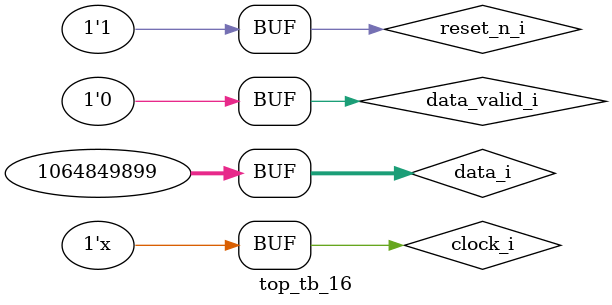
<source format=v>

module top_tb_16();
    localparam                          data_size = 16                                                          ;
    localparam                          number_of_data = 10                                                     ;
    reg                                 clock_i                                                                 ;
    reg                                 reset_n_i                                                               ;
    reg                                 data_valid_i                                                            ;
    reg     signed  [2*data_size - 1:0] data_i                                                                  ;
    wire                                data_valid_o                                                            ;
    wire    signed  [data_size - 1:0]   data_o                                                                  ;
    wire                                done_o                                                                  ;
    top_block_16 #(data_size, number_of_data) top_16(
        .clock_i(clock_i)                                                                                       ,
        .reset_n_i(reset_n_i)                                                                                   ,
        .data_valid_i(data_valid_i)                                                                             ,
        .data_i(data_i)                                                                                         ,
        .exp_2_data_valid_o(data_valid_o)                                                                       ,
        .exp_2_data_o(data_o)                                                                                   ,
        .exp_2_done_o(done_o)
    );
    
    initial 
    begin
        clock_i = 0                                                                                             ;
        reset_n_i = 0                                                                                           ;
        data_i = 0                                                                                              ;
        data_valid_i = 0                                                                                        ;
        #30
        reset_n_i = 1                                                                                           ;
        #25 
        
        data_valid_i = 1                                                                                        ;
        data_i = 32'b0011_1111_0000_0000_0000_0000_0000_0000                                                    ;
        #10
        data_valid_i = 0                                                                                        ;
        #10
        
        data_valid_i = 1                                                                                        ;
        data_i = 32'b0011_1111_0000_0000_0000_0000_0000_0000                                                    ;
        #10
        data_valid_i = 0                                                                                        ;
        #10
        
        data_valid_i = 1                                                                                        ;
        data_i = 32'b0011_1110_1001_1110_1011_1000_0101_0001                                                    ;
        #10
        data_valid_i = 0                                                                                        ;
        #10
        
        data_valid_i = 1                                                                                        ;
        data_i = 32'b0011_1110_1000_0000_0000_0000_0000_0000                                                    ;
        #10
        data_valid_i = 0                                                                                        ;
        #10
        
        data_valid_i = 1                                                                                        ;
        data_i = 32'b0011_1111_0111_1010_1110_0001_0100_0111                                                    ;
        #10
        data_valid_i = 0                                                                                        ;
        #10
        
        data_valid_i = 1                                                                                        ;
        data_i = 32'b0011_1111_0010_0011_1101_0111_0000_1010                                                    ;
        #10
        data_valid_i = 0                                                                                        ;
        #10
        
        data_valid_i = 1                                                                                        ;
        data_i = 32'b0011_1110_0101_0111_0000_1010_0011_1101                                                    ;
        #10
        data_valid_i = 0                                                                                        ;
        #10
        
        data_valid_i = 1                                                                                        ;
        data_i = 32'b0011_1101_1011_1000_0101_0001_1110_1011                                                    ;
        #10
        data_valid_i = 0                                                                                        ;
        #10
        
        data_valid_i = 1                                                                                        ;
        data_i = 32'b0011_1110_1010_0011_1101_0111_0000_1010                                                    ;
        #10
        data_valid_i = 0                                                                                        ;
        #10
        
        data_valid_i = 1                                                                                        ;
        data_i = 32'b0011_1111_0111_1000_0101_0001_1110_1011                                                    ;
        #10
        data_valid_i = 0                                                                                        ;
    end
    always #5 clock_i = ~clock_i                                                                                ;
endmodule

</source>
